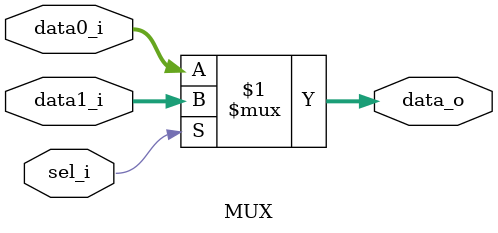
<source format=v>
module MUX #(parameter WIDTH = 32) (
    input [WIDTH - 1:0] data0_i,
    input [WIDTH - 1:0] data1_i,
    input sel_i,
    output [WIDTH - 1:0] data_o
);
    assign data_o = sel_i ? data1_i : data0_i;
endmodule

</source>
